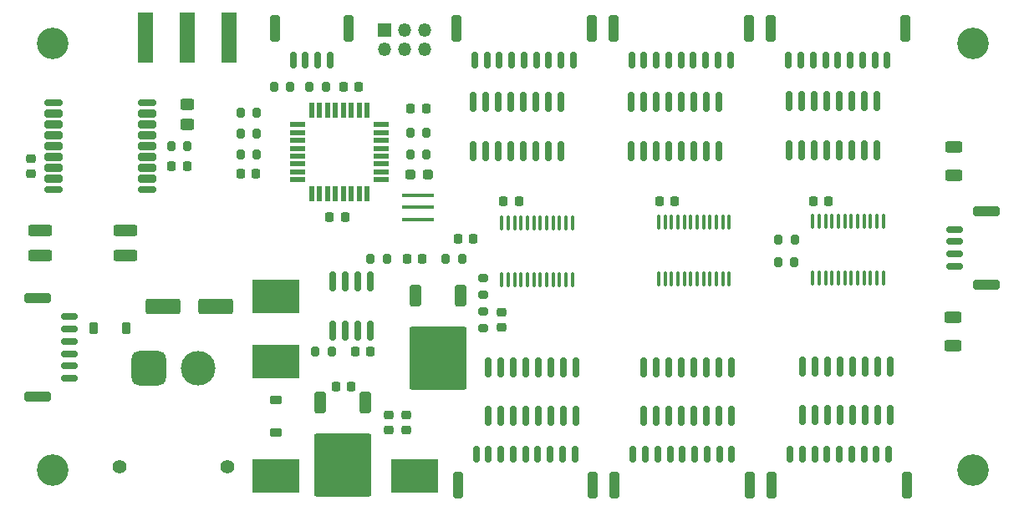
<source format=gts>
%TF.GenerationSoftware,KiCad,Pcbnew,9.0.0*%
%TF.CreationDate,2025-06-26T17:33:30-04:00*%
%TF.ProjectId,gps-seven-seg-clock,6770732d-7365-4766-956e-2d7365672d63,rev?*%
%TF.SameCoordinates,Original*%
%TF.FileFunction,Soldermask,Top*%
%TF.FilePolarity,Negative*%
%FSLAX46Y46*%
G04 Gerber Fmt 4.6, Leading zero omitted, Abs format (unit mm)*
G04 Created by KiCad (PCBNEW 9.0.0) date 2025-06-26 17:33:30*
%MOMM*%
%LPD*%
G01*
G04 APERTURE LIST*
G04 Aperture macros list*
%AMRoundRect*
0 Rectangle with rounded corners*
0 $1 Rounding radius*
0 $2 $3 $4 $5 $6 $7 $8 $9 X,Y pos of 4 corners*
0 Add a 4 corners polygon primitive as box body*
4,1,4,$2,$3,$4,$5,$6,$7,$8,$9,$2,$3,0*
0 Add four circle primitives for the rounded corners*
1,1,$1+$1,$2,$3*
1,1,$1+$1,$4,$5*
1,1,$1+$1,$6,$7*
1,1,$1+$1,$8,$9*
0 Add four rect primitives between the rounded corners*
20,1,$1+$1,$2,$3,$4,$5,0*
20,1,$1+$1,$4,$5,$6,$7,0*
20,1,$1+$1,$6,$7,$8,$9,0*
20,1,$1+$1,$8,$9,$2,$3,0*%
G04 Aperture macros list end*
%ADD10RoundRect,0.250000X-0.350000X0.850000X-0.350000X-0.850000X0.350000X-0.850000X0.350000X0.850000X0*%
%ADD11RoundRect,0.249997X-2.650003X2.950003X-2.650003X-2.950003X2.650003X-2.950003X2.650003X2.950003X0*%
%ADD12R,4.699000X3.429000*%
%ADD13C,3.200000*%
%ADD14RoundRect,0.150000X0.150000X-0.825000X0.150000X0.825000X-0.150000X0.825000X-0.150000X-0.825000X0*%
%ADD15RoundRect,0.100000X0.100000X-0.637500X0.100000X0.637500X-0.100000X0.637500X-0.100000X-0.637500X0*%
%ADD16RoundRect,0.150000X-0.150000X0.825000X-0.150000X-0.825000X0.150000X-0.825000X0.150000X0.825000X0*%
%ADD17RoundRect,0.250000X-0.250000X-1.100000X0.250000X-1.100000X0.250000X1.100000X-0.250000X1.100000X0*%
%ADD18RoundRect,0.150000X-0.150000X-0.700000X0.150000X-0.700000X0.150000X0.700000X-0.150000X0.700000X0*%
%ADD19RoundRect,0.250000X0.250000X1.100000X-0.250000X1.100000X-0.250000X-1.100000X0.250000X-1.100000X0*%
%ADD20RoundRect,0.150000X0.150000X0.700000X-0.150000X0.700000X-0.150000X-0.700000X0.150000X-0.700000X0*%
%ADD21R,0.550000X1.600000*%
%ADD22R,1.600000X0.550000*%
%ADD23RoundRect,0.250000X0.625000X-0.312500X0.625000X0.312500X-0.625000X0.312500X-0.625000X-0.312500X0*%
%ADD24RoundRect,0.250000X-0.625000X0.312500X-0.625000X-0.312500X0.625000X-0.312500X0.625000X0.312500X0*%
%ADD25RoundRect,0.200000X-0.200000X-0.275000X0.200000X-0.275000X0.200000X0.275000X-0.200000X0.275000X0*%
%ADD26RoundRect,0.150000X-0.700000X0.150000X-0.700000X-0.150000X0.700000X-0.150000X0.700000X0.150000X0*%
%ADD27RoundRect,0.250000X-1.100000X0.250000X-1.100000X-0.250000X1.100000X-0.250000X1.100000X0.250000X0*%
%ADD28C,1.400000*%
%ADD29RoundRect,0.770000X0.980000X0.980000X-0.980000X0.980000X-0.980000X-0.980000X0.980000X-0.980000X0*%
%ADD30C,3.500000*%
%ADD31R,1.350000X1.350000*%
%ADD32O,1.350000X1.350000*%
%ADD33R,1.500000X5.080000*%
%ADD34RoundRect,0.225000X-0.375000X0.225000X-0.375000X-0.225000X0.375000X-0.225000X0.375000X0.225000X0*%
%ADD35RoundRect,0.237500X-0.287500X-0.237500X0.287500X-0.237500X0.287500X0.237500X-0.287500X0.237500X0*%
%ADD36RoundRect,0.250000X-1.500000X-0.550000X1.500000X-0.550000X1.500000X0.550000X-1.500000X0.550000X0*%
%ADD37RoundRect,0.225000X-0.225000X-0.250000X0.225000X-0.250000X0.225000X0.250000X-0.225000X0.250000X0*%
%ADD38RoundRect,0.150000X0.700000X-0.150000X0.700000X0.150000X-0.700000X0.150000X-0.700000X-0.150000X0*%
%ADD39RoundRect,0.250000X1.100000X-0.250000X1.100000X0.250000X-1.100000X0.250000X-1.100000X-0.250000X0*%
%ADD40R,3.200000X0.400000*%
%ADD41RoundRect,0.200000X0.275000X-0.200000X0.275000X0.200000X-0.275000X0.200000X-0.275000X-0.200000X0*%
%ADD42RoundRect,0.200000X-0.275000X0.200000X-0.275000X-0.200000X0.275000X-0.200000X0.275000X0.200000X0*%
%ADD43RoundRect,0.200000X0.200000X0.275000X-0.200000X0.275000X-0.200000X-0.275000X0.200000X-0.275000X0*%
%ADD44RoundRect,0.225000X0.225000X0.250000X-0.225000X0.250000X-0.225000X-0.250000X0.225000X-0.250000X0*%
%ADD45RoundRect,0.225000X-0.250000X0.225000X-0.250000X-0.225000X0.250000X-0.225000X0.250000X0.225000X0*%
%ADD46RoundRect,0.225000X0.250000X-0.225000X0.250000X0.225000X-0.250000X0.225000X-0.250000X-0.225000X0*%
%ADD47RoundRect,0.250000X0.970000X0.310000X-0.970000X0.310000X-0.970000X-0.310000X0.970000X-0.310000X0*%
%ADD48RoundRect,0.250000X0.450000X-0.325000X0.450000X0.325000X-0.450000X0.325000X-0.450000X-0.325000X0*%
%ADD49RoundRect,0.225000X0.225000X0.375000X-0.225000X0.375000X-0.225000X-0.375000X0.225000X-0.375000X0*%
%ADD50RoundRect,0.175000X-0.725000X-0.175000X0.725000X-0.175000X0.725000X0.175000X-0.725000X0.175000X0*%
%ADD51RoundRect,0.200000X-0.700000X-0.200000X0.700000X-0.200000X0.700000X0.200000X-0.700000X0.200000X0*%
G04 APERTURE END LIST*
D10*
%TO.C,Q2*%
X124680000Y-53960000D03*
D11*
X122400000Y-60260000D03*
D10*
X120120000Y-53960000D03*
%TD*%
D12*
%TO.C,TP4*%
X106000000Y-60600000D03*
%TD*%
%TO.C,TP3*%
X106000000Y-72200000D03*
%TD*%
%TO.C,TP2*%
X106000000Y-54000000D03*
%TD*%
%TO.C,TP1*%
X120000000Y-72200000D03*
%TD*%
D13*
%TO.C,H4*%
X83400000Y-71600000D03*
%TD*%
%TO.C,H3*%
X83400000Y-28400000D03*
%TD*%
%TO.C,H2*%
X176600000Y-71600000D03*
%TD*%
%TO.C,H1*%
X176600000Y-28400000D03*
%TD*%
D14*
%TO.C,U13*%
X141955000Y-34325000D03*
X143225000Y-34325000D03*
X144495000Y-34325000D03*
X145765000Y-34325000D03*
X147035000Y-34325000D03*
X148305000Y-34325000D03*
X149575000Y-34325000D03*
X150845000Y-34325000D03*
X150845000Y-39275000D03*
X149575000Y-39275000D03*
X148305000Y-39275000D03*
X147035000Y-39275000D03*
X145765000Y-39275000D03*
X144495000Y-39275000D03*
X143225000Y-39275000D03*
X141955000Y-39275000D03*
%TD*%
D15*
%TO.C,U6*%
X160350000Y-46400000D03*
X161000000Y-46400000D03*
X161650000Y-46400000D03*
X162300000Y-46400000D03*
X162950000Y-46400000D03*
X163600000Y-46400000D03*
X164250000Y-46400000D03*
X164900000Y-46400000D03*
X165550000Y-46400000D03*
X166200000Y-46400000D03*
X166850000Y-46400000D03*
X167500000Y-46400000D03*
X167500000Y-52125000D03*
X166850000Y-52125000D03*
X166200000Y-52125000D03*
X165550000Y-52125000D03*
X164900000Y-52125000D03*
X164250000Y-52125000D03*
X163600000Y-52125000D03*
X162950000Y-52125000D03*
X162300000Y-52125000D03*
X161650000Y-52125000D03*
X161000000Y-52125000D03*
X160350000Y-52125000D03*
%TD*%
D14*
%TO.C,U8*%
X157955000Y-34225000D03*
X159225000Y-34225000D03*
X160495000Y-34225000D03*
X161765000Y-34225000D03*
X163035000Y-34225000D03*
X164305000Y-34225000D03*
X165575000Y-34225000D03*
X166845000Y-34225000D03*
X166845000Y-39175000D03*
X165575000Y-39175000D03*
X164305000Y-39175000D03*
X163035000Y-39175000D03*
X161765000Y-39175000D03*
X160495000Y-39175000D03*
X159225000Y-39175000D03*
X157955000Y-39175000D03*
%TD*%
D16*
%TO.C,U12*%
X152140000Y-66150000D03*
X150870000Y-66150000D03*
X149600000Y-66150000D03*
X148330000Y-66150000D03*
X147060000Y-66150000D03*
X145790000Y-66150000D03*
X144520000Y-66150000D03*
X143250000Y-66150000D03*
X143250000Y-61200000D03*
X144520000Y-61200000D03*
X145790000Y-61200000D03*
X147060000Y-61200000D03*
X148330000Y-61200000D03*
X149600000Y-61200000D03*
X150870000Y-61200000D03*
X152140000Y-61200000D03*
%TD*%
D17*
%TO.C,J2*%
X138100000Y-73200000D03*
X124400000Y-73200000D03*
D18*
X136250000Y-70000000D03*
X135000000Y-70000000D03*
X133750000Y-70000000D03*
X132500000Y-70000000D03*
X131250000Y-70000000D03*
X130000000Y-70000000D03*
X128750000Y-70000000D03*
X127500000Y-70000000D03*
X126250000Y-70000000D03*
%TD*%
D19*
%TO.C,J3*%
X124250000Y-26850000D03*
X137950000Y-26850000D03*
D20*
X126100000Y-30050000D03*
X127350000Y-30050000D03*
X128600000Y-30050000D03*
X129850000Y-30050000D03*
X131100000Y-30050000D03*
X132350000Y-30050000D03*
X133600000Y-30050000D03*
X134850000Y-30050000D03*
X136100000Y-30050000D03*
%TD*%
D19*
%TO.C,J11*%
X140150000Y-26850000D03*
X153850000Y-26850000D03*
D20*
X142000000Y-30050000D03*
X143250000Y-30050000D03*
X144500000Y-30050000D03*
X145750000Y-30050000D03*
X147000000Y-30050000D03*
X148250000Y-30050000D03*
X149500000Y-30050000D03*
X150750000Y-30050000D03*
X152000000Y-30050000D03*
%TD*%
D17*
%TO.C,J10*%
X154000000Y-73200000D03*
X140300000Y-73200000D03*
D18*
X152150000Y-70000000D03*
X150900000Y-70000000D03*
X149650000Y-70000000D03*
X148400000Y-70000000D03*
X147150000Y-70000000D03*
X145900000Y-70000000D03*
X144650000Y-70000000D03*
X143400000Y-70000000D03*
X142150000Y-70000000D03*
%TD*%
D19*
%TO.C,J8*%
X156050000Y-26850000D03*
X169750000Y-26850000D03*
D20*
X157900000Y-30050000D03*
X159150000Y-30050000D03*
X160400000Y-30050000D03*
X161650000Y-30050000D03*
X162900000Y-30050000D03*
X164150000Y-30050000D03*
X165400000Y-30050000D03*
X166650000Y-30050000D03*
X167900000Y-30050000D03*
%TD*%
D16*
%TO.C,U3*%
X136340000Y-66150000D03*
X135070000Y-66150000D03*
X133800000Y-66150000D03*
X132530000Y-66150000D03*
X131260000Y-66150000D03*
X129990000Y-66150000D03*
X128720000Y-66150000D03*
X127450000Y-66150000D03*
X127450000Y-61200000D03*
X128720000Y-61200000D03*
X129990000Y-61200000D03*
X131260000Y-61200000D03*
X132530000Y-61200000D03*
X133800000Y-61200000D03*
X135070000Y-61200000D03*
X136340000Y-61200000D03*
%TD*%
%TO.C,U7*%
X168240000Y-66050000D03*
X166970000Y-66050000D03*
X165700000Y-66050000D03*
X164430000Y-66050000D03*
X163160000Y-66050000D03*
X161890000Y-66050000D03*
X160620000Y-66050000D03*
X159350000Y-66050000D03*
X159350000Y-61100000D03*
X160620000Y-61100000D03*
X161890000Y-61100000D03*
X163160000Y-61100000D03*
X164430000Y-61100000D03*
X165700000Y-61100000D03*
X166970000Y-61100000D03*
X168240000Y-61100000D03*
%TD*%
D15*
%TO.C,U11*%
X144750000Y-46500000D03*
X145400000Y-46500000D03*
X146050000Y-46500000D03*
X146700000Y-46500000D03*
X147350000Y-46500000D03*
X148000000Y-46500000D03*
X148650000Y-46500000D03*
X149300000Y-46500000D03*
X149950000Y-46500000D03*
X150600000Y-46500000D03*
X151250000Y-46500000D03*
X151900000Y-46500000D03*
X151900000Y-52225000D03*
X151250000Y-52225000D03*
X150600000Y-52225000D03*
X149950000Y-52225000D03*
X149300000Y-52225000D03*
X148650000Y-52225000D03*
X148000000Y-52225000D03*
X147350000Y-52225000D03*
X146700000Y-52225000D03*
X146050000Y-52225000D03*
X145400000Y-52225000D03*
X144750000Y-52225000D03*
%TD*%
%TO.C,U1*%
X128850000Y-46600000D03*
X129500000Y-46600000D03*
X130150000Y-46600000D03*
X130800000Y-46600000D03*
X131450000Y-46600000D03*
X132100000Y-46600000D03*
X132750000Y-46600000D03*
X133400000Y-46600000D03*
X134050000Y-46600000D03*
X134700000Y-46600000D03*
X135350000Y-46600000D03*
X136000000Y-46600000D03*
X136000000Y-52325000D03*
X135350000Y-52325000D03*
X134700000Y-52325000D03*
X134050000Y-52325000D03*
X133400000Y-52325000D03*
X132750000Y-52325000D03*
X132100000Y-52325000D03*
X131450000Y-52325000D03*
X130800000Y-52325000D03*
X130150000Y-52325000D03*
X129500000Y-52325000D03*
X128850000Y-52325000D03*
%TD*%
D14*
%TO.C,U4*%
X125955000Y-34325000D03*
X127225000Y-34325000D03*
X128495000Y-34325000D03*
X129765000Y-34325000D03*
X131035000Y-34325000D03*
X132305000Y-34325000D03*
X133575000Y-34325000D03*
X134845000Y-34325000D03*
X134845000Y-39275000D03*
X133575000Y-39275000D03*
X132305000Y-39275000D03*
X131035000Y-39275000D03*
X129765000Y-39275000D03*
X128495000Y-39275000D03*
X127225000Y-39275000D03*
X125955000Y-39275000D03*
%TD*%
D16*
%TO.C,U10*%
X115505000Y-52525000D03*
X114235000Y-52525000D03*
X112965000Y-52525000D03*
X111695000Y-52525000D03*
X111695000Y-57475000D03*
X112965000Y-57475000D03*
X114235000Y-57475000D03*
X115505000Y-57475000D03*
%TD*%
D10*
%TO.C,U9*%
X115007500Y-64800000D03*
D11*
X112727500Y-71100000D03*
D10*
X110447500Y-64800000D03*
%TD*%
D21*
%TO.C,U5*%
X109600000Y-43650000D03*
X110400000Y-43650000D03*
X111200000Y-43650000D03*
X112000000Y-43650000D03*
X112800000Y-43650000D03*
X113600000Y-43650000D03*
X114400000Y-43650000D03*
X115200000Y-43650000D03*
D22*
X116650000Y-42200000D03*
X116650000Y-41400000D03*
X116650000Y-40600000D03*
X116650000Y-39800000D03*
X116650000Y-39000000D03*
X116650000Y-38200000D03*
X116650000Y-37400000D03*
X116650000Y-36600000D03*
D21*
X115200000Y-35150000D03*
X114400000Y-35150000D03*
X113600000Y-35150000D03*
X112800000Y-35150000D03*
X112000000Y-35150000D03*
X111200000Y-35150000D03*
X110400000Y-35150000D03*
X109600000Y-35150000D03*
D22*
X108150000Y-36600000D03*
X108150000Y-37400000D03*
X108150000Y-38200000D03*
X108150000Y-39000000D03*
X108150000Y-39800000D03*
X108150000Y-40600000D03*
X108150000Y-41400000D03*
X108150000Y-42200000D03*
%TD*%
D23*
%TO.C,R17*%
X174530000Y-59042500D03*
X174530000Y-56117500D03*
%TD*%
D24*
%TO.C,R13*%
X174660000Y-38847500D03*
X174660000Y-41772500D03*
%TD*%
D25*
%TO.C,R4*%
X156855000Y-50590000D03*
X158505000Y-50590000D03*
%TD*%
%TO.C,R2*%
X102375000Y-35400000D03*
X104025000Y-35400000D03*
%TD*%
%TO.C,R1*%
X95375000Y-38800000D03*
X97025000Y-38800000D03*
%TD*%
D26*
%TO.C,J9*%
X85050000Y-56075000D03*
X85050000Y-57325000D03*
X85050000Y-58575000D03*
X85050000Y-59825000D03*
X85050000Y-61075000D03*
X85050000Y-62325000D03*
D27*
X81850000Y-54225000D03*
X81850000Y-64175000D03*
%TD*%
D18*
%TO.C,J7*%
X158050000Y-70000000D03*
X159300000Y-70000000D03*
X160550000Y-70000000D03*
X161800000Y-70000000D03*
X163050000Y-70000000D03*
X164300000Y-70000000D03*
X165550000Y-70000000D03*
X166800000Y-70000000D03*
X168050000Y-70000000D03*
D17*
X156200000Y-73200000D03*
X169900000Y-73200000D03*
%TD*%
D20*
%TO.C,J6*%
X111475000Y-30050000D03*
X110225000Y-30050000D03*
X108975000Y-30050000D03*
X107725000Y-30050000D03*
D19*
X113325000Y-26850000D03*
X105875000Y-26850000D03*
%TD*%
D28*
%TO.C,J5*%
X101100000Y-71325000D03*
X90100000Y-71325000D03*
D29*
X93100000Y-61325000D03*
D30*
X98100000Y-61325000D03*
%TD*%
D31*
%TO.C,J4*%
X117000000Y-27000000D03*
D32*
X117000000Y-29000000D03*
X119000000Y-27000000D03*
X119000000Y-29000000D03*
X121000000Y-27000000D03*
X121000000Y-29000000D03*
%TD*%
D33*
%TO.C,J1*%
X97000000Y-27762500D03*
X92750000Y-27762500D03*
X101250000Y-27762500D03*
%TD*%
D34*
%TO.C,D2*%
X106000000Y-64550000D03*
X106000000Y-67850000D03*
%TD*%
D35*
%TO.C,D1*%
X119625000Y-41700000D03*
X121375000Y-41700000D03*
%TD*%
D36*
%TO.C,C7*%
X94500000Y-55000000D03*
X99900000Y-55000000D03*
%TD*%
D37*
%TO.C,C6*%
X144825000Y-44400000D03*
X146375000Y-44400000D03*
%TD*%
D38*
%TO.C,J12*%
X174750000Y-50975000D03*
X174750000Y-49725000D03*
X174750000Y-48475000D03*
X174750000Y-47225000D03*
D39*
X177950000Y-52825000D03*
X177950000Y-45375000D03*
%TD*%
D40*
%TO.C,Y1*%
X120400000Y-46200000D03*
X120400000Y-45000000D03*
X120400000Y-43800000D03*
%TD*%
D41*
%TO.C,R16*%
X127000000Y-53825000D03*
X127000000Y-52175000D03*
%TD*%
D42*
%TO.C,R15*%
X127000000Y-55575000D03*
X127000000Y-57225000D03*
%TD*%
D25*
%TO.C,R14*%
X123175000Y-50200000D03*
X124825000Y-50200000D03*
%TD*%
D43*
%TO.C,R12*%
X111625000Y-59600000D03*
X109975000Y-59600000D03*
%TD*%
D25*
%TO.C,R11*%
X115575000Y-50200000D03*
X117225000Y-50200000D03*
%TD*%
%TO.C,R10*%
X119575000Y-37400000D03*
X121225000Y-37400000D03*
%TD*%
D43*
%TO.C,R9*%
X107425000Y-32800000D03*
X105775000Y-32800000D03*
%TD*%
D44*
%TO.C,C17*%
X125975000Y-48200000D03*
X124425000Y-48200000D03*
%TD*%
D45*
%TO.C,C16*%
X128800000Y-55625000D03*
X128800000Y-57175000D03*
%TD*%
D44*
%TO.C,C15*%
X115575000Y-59600000D03*
X114025000Y-59600000D03*
%TD*%
D37*
%TO.C,C14*%
X119225000Y-50200000D03*
X120775000Y-50200000D03*
%TD*%
%TO.C,C13*%
X160425000Y-44400000D03*
X161975000Y-44400000D03*
%TD*%
D46*
%TO.C,C12*%
X119200000Y-67575000D03*
X119200000Y-66025000D03*
%TD*%
%TO.C,C11*%
X117400000Y-67575000D03*
X117400000Y-66025000D03*
%TD*%
D44*
%TO.C,C10*%
X103975000Y-41600000D03*
X102425000Y-41600000D03*
%TD*%
D47*
%TO.C,SW1*%
X90705000Y-49870000D03*
X90705000Y-47330000D03*
X82095000Y-47330000D03*
X82095000Y-49870000D03*
%TD*%
D43*
%TO.C,R8*%
X111025000Y-32800000D03*
X109375000Y-32800000D03*
%TD*%
D25*
%TO.C,R7*%
X119575000Y-39600000D03*
X121225000Y-39600000D03*
%TD*%
D43*
%TO.C,R6*%
X104025000Y-39600000D03*
X102375000Y-39600000D03*
%TD*%
D25*
%TO.C,R5*%
X156875000Y-48250000D03*
X158525000Y-48250000D03*
%TD*%
%TO.C,R3*%
X102375000Y-37510000D03*
X104025000Y-37510000D03*
%TD*%
D48*
%TO.C,L1*%
X97000000Y-36625000D03*
X97000000Y-34575000D03*
%TD*%
D49*
%TO.C,D3*%
X90850000Y-57200000D03*
X87550000Y-57200000D03*
%TD*%
D37*
%TO.C,C9*%
X119625000Y-35000000D03*
X121175000Y-35000000D03*
%TD*%
%TO.C,C8*%
X112025000Y-63200000D03*
X113575000Y-63200000D03*
%TD*%
D44*
%TO.C,C5*%
X114375000Y-32800000D03*
X112825000Y-32800000D03*
%TD*%
D37*
%TO.C,C4*%
X111425000Y-46000000D03*
X112975000Y-46000000D03*
%TD*%
D44*
%TO.C,C3*%
X96975000Y-40800000D03*
X95425000Y-40800000D03*
%TD*%
D46*
%TO.C,C2*%
X81200000Y-41575000D03*
X81200000Y-40025000D03*
%TD*%
D37*
%TO.C,C1*%
X129025000Y-44400000D03*
X130575000Y-44400000D03*
%TD*%
D50*
%TO.C,U2*%
X83450000Y-34400000D03*
D51*
X83450000Y-35500000D03*
X83450000Y-36600000D03*
X83450000Y-37700000D03*
X83450000Y-38800000D03*
X83450000Y-39900000D03*
X83450000Y-41000000D03*
X83450000Y-42100000D03*
D50*
X83450000Y-43200000D03*
X92950000Y-43200000D03*
D51*
X92950000Y-42100000D03*
X92950000Y-41000000D03*
X92950000Y-39900000D03*
X92950000Y-38800000D03*
X92950000Y-37700000D03*
X92950000Y-36600000D03*
X92950000Y-35500000D03*
D50*
X92950000Y-34400000D03*
%TD*%
M02*

</source>
